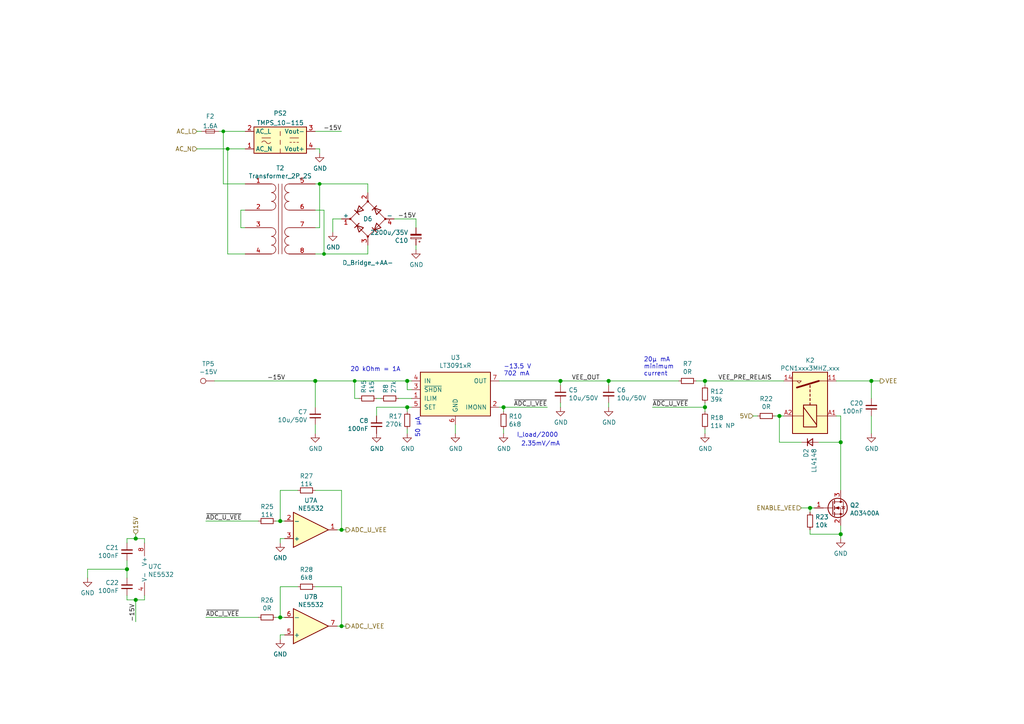
<source format=kicad_sch>
(kicad_sch (version 20211123) (generator eeschema)
  (paper "A4")
  (lib_symbols
    (symbol "Amplifier_Operational:NE5532" (pin_names (offset 0.127))
      (property "Reference" "U" (at 0 5.08 0))
      (property "Value" "NE5532" (at 0 -5.08 0))
      (symbol "NE5532_1_1"
        (polyline (pts (xy -5.08 5.08) (xy 5.08 0) (xy -5.08 -5.08) (xy -5.08 5.08)) (stroke (width 0.254)) (fill (type background)))
        (pin output line (at 7.62 0 180) (length 2.54) (name "~") (number "1"))
        (pin input line (at -7.62 -2.54 0) (length 2.54) (name "-") (number "2"))
        (pin input line (at -7.62 2.54 0) (length 2.54) (name "+") (number "3"))
      )
      (symbol "NE5532_2_1"
        (polyline (pts (xy -5.08 5.08) (xy 5.08 0) (xy -5.08 -5.08) (xy -5.08 5.08)) (stroke (width 0.254)) (fill (type background)))
        (pin input line (at -7.62 2.54 0) (length 2.54) (name "+") (number "5"))
        (pin input line (at -7.62 -2.54 0) (length 2.54) (name "-") (number "6"))
        (pin output line (at 7.62 0 180) (length 2.54) (name "~") (number "7"))
      )
      (symbol "NE5532_3_1"
        (pin power_in line (at -2.54 -7.62 90) (length 3.81) (name "V-") (number "4"))
        (pin power_in line (at -2.54 7.62 270) (length 3.81) (name "V+") (number "8"))
      )
    )
    (symbol "Connector:TestPoint" (pin_numbers hide) (pin_names (offset 0.762) hide)
      (property "Reference" "TP" (at 0 6.858 0))
      (property "Value" "TestPoint" (at 0 5.08 0))
      (symbol "TestPoint_0_1"
        (circle (center 0 3.302) (radius 0.762))
      )
      (symbol "TestPoint_1_1"
        (pin passive line (at 0 0 90) (length 2.54) (name "1") (number "1"))
      )
    )
    (symbol "Device:C_Polarized_Small" (pin_numbers hide) (pin_names (offset 0.254) hide)
      (property "Reference" "C" (at 0.254 1.778 0))
      (property "Value" "C_Polarized_Small" (at 0.254 -2.032 0))
      (symbol "C_Polarized_Small_0_1"
        (rectangle (start -1.524 -0.3048) (end 1.524 -0.6858) (fill (type outline)))
        (rectangle (start -1.524 0.6858) (end 1.524 0.3048))
        (polyline (pts (xy -1.27 1.524) (xy -0.762 1.524)))
        (polyline (pts (xy -1.016 1.27) (xy -1.016 1.778)))
      )
      (symbol "C_Polarized_Small_1_1"
        (pin passive line (at 0 2.54 270) (length 1.8542) (name "~") (number "1"))
        (pin passive line (at 0 -2.54 90) (length 1.8542) (name "~") (number "2"))
      )
    )
    (symbol "Device:C_Small" (pin_numbers hide) (pin_names (offset 0.254) hide)
      (property "Reference" "C" (at 0.254 1.778 0))
      (property "Value" "C_Small" (at 0.254 -2.032 0))
      (symbol "C_Small_0_1"
        (polyline (pts (xy -1.524 -0.508) (xy 1.524 -0.508)) (stroke (width 0.3302)))
        (polyline (pts (xy -1.524 0.508) (xy 1.524 0.508)) (stroke (width 0.3048)))
      )
      (symbol "C_Small_1_1"
        (pin passive line (at 0 2.54 270) (length 2.032) (name "~") (number "1"))
        (pin passive line (at 0 -2.54 90) (length 2.032) (name "~") (number "2"))
      )
    )
    (symbol "Device:D_Bridge_+AA-" (pin_names (offset 0))
      (property "Reference" "D" (at 2.54 6.985 0))
      (property "Value" "D_Bridge_+AA-" (at 2.54 5.08 0))
      (symbol "D_Bridge_+AA-_0_1"
        (circle (center -5.08 0) (radius 0.254) (fill (type outline)))
        (circle (center 0 -5.08) (radius 0.254) (fill (type outline)))
        (polyline (pts (xy -2.54 3.81) (xy -1.27 2.54)) (stroke (width 0.254)))
        (polyline (pts (xy -1.27 -2.54) (xy -2.54 -3.81)) (stroke (width 0.254)))
        (polyline (pts (xy 2.54 -1.27) (xy 3.81 -2.54)) (stroke (width 0.254)))
        (polyline (pts (xy 2.54 1.27) (xy 3.81 2.54)) (stroke (width 0.254)))
        (polyline (pts (xy -3.81 2.54) (xy -2.54 1.27) (xy -1.905 3.175) (xy -3.81 2.54)) (stroke (width 0.254)))
        (polyline (pts (xy -2.54 -1.27) (xy -3.81 -2.54) (xy -1.905 -3.175) (xy -2.54 -1.27)) (stroke (width 0.254)))
        (polyline (pts (xy 1.27 2.54) (xy 2.54 3.81) (xy 3.175 1.905) (xy 1.27 2.54)) (stroke (width 0.254)))
        (polyline (pts (xy 3.175 -1.905) (xy 1.27 -2.54) (xy 2.54 -3.81) (xy 3.175 -1.905)) (stroke (width 0.254)))
        (polyline (pts (xy -5.08 0) (xy 0 -5.08) (xy 5.08 0) (xy 0 5.08) (xy -5.08 0)))
        (circle (center 0 5.08) (radius 0.254) (fill (type outline)))
        (circle (center 5.08 0) (radius 0.254) (fill (type outline)))
      )
      (symbol "D_Bridge_+AA-_1_1"
        (pin passive line (at 7.62 0 180) (length 2.54) (name "+") (number "1"))
        (pin passive line (at 0 7.62 270) (length 2.54) (name "~") (number "2"))
        (pin passive line (at 0 -7.62 90) (length 2.54) (name "~") (number "3"))
        (pin passive line (at -7.62 0 0) (length 2.54) (name "-") (number "4"))
      )
    )
    (symbol "Device:D_Small" (pin_numbers hide) (pin_names (offset 0.254) hide)
      (property "Reference" "D" (at -1.27 2.032 0))
      (property "Value" "D_Small" (at -3.81 -2.032 0))
      (symbol "D_Small_0_1"
        (polyline (pts (xy -0.762 -1.016) (xy -0.762 1.016)) (stroke (width 0.254)))
        (polyline (pts (xy -0.762 0) (xy 0.762 0)))
        (polyline (pts (xy 0.762 -1.016) (xy -0.762 0) (xy 0.762 1.016) (xy 0.762 -1.016)) (stroke (width 0.254)))
      )
      (symbol "D_Small_1_1"
        (pin passive line (at -2.54 0 0) (length 1.778) (name "K") (number "1"))
        (pin passive line (at 2.54 0 180) (length 1.778) (name "A") (number "2"))
      )
    )
    (symbol "Device:Fuse_Small" (pin_numbers hide) (pin_names (offset 0.254) hide)
      (property "Reference" "F" (at 0 -1.524 0))
      (property "Value" "Fuse_Small" (at 0 1.524 0))
      (symbol "Fuse_Small_0_1"
        (rectangle (start -1.27 0.508) (end 1.27 -0.508))
        (polyline (pts (xy -1.27 0) (xy 1.27 0)))
      )
      (symbol "Fuse_Small_1_1"
        (pin passive line (at -2.54 0 0) (length 1.27) (name "~") (number "1"))
        (pin passive line (at 2.54 0 180) (length 1.27) (name "~") (number "2"))
      )
    )
    (symbol "Device:Q_NMOS_GSD" (pin_names (offset 0) hide)
      (property "Reference" "Q" (at 5.08 1.27 0))
      (property "Value" "Q_NMOS_GSD" (at 5.08 -1.27 0))
      (symbol "Q_NMOS_GSD_0_1"
        (polyline (pts (xy 0.254 0) (xy -2.54 0)))
        (polyline (pts (xy 0.254 1.905) (xy 0.254 -1.905)) (stroke (width 0.254)))
        (polyline (pts (xy 0.762 -1.27) (xy 0.762 -2.286)) (stroke (width 0.254)))
        (polyline (pts (xy 0.762 0.508) (xy 0.762 -0.508)) (stroke (width 0.254)))
        (polyline (pts (xy 0.762 2.286) (xy 0.762 1.27)) (stroke (width 0.254)))
        (polyline (pts (xy 2.54 2.54) (xy 2.54 1.778)))
        (polyline (pts (xy 2.54 -2.54) (xy 2.54 0) (xy 0.762 0)))
        (polyline (pts (xy 0.762 -1.778) (xy 3.302 -1.778) (xy 3.302 1.778) (xy 0.762 1.778)))
        (polyline (pts (xy 1.016 0) (xy 2.032 0.381) (xy 2.032 -0.381) (xy 1.016 0)) (fill (type outline)))
        (polyline (pts (xy 2.794 0.508) (xy 2.921 0.381) (xy 3.683 0.381) (xy 3.81 0.254)))
        (polyline (pts (xy 3.302 0.381) (xy 2.921 -0.254) (xy 3.683 -0.254) (xy 3.302 0.381)))
        (circle (center 1.651 0) (radius 2.794) (stroke (width 0.254)))
        (circle (center 2.54 -1.778) (radius 0.254) (fill (type outline)))
        (circle (center 2.54 1.778) (radius 0.254) (fill (type outline)))
      )
      (symbol "Q_NMOS_GSD_1_1"
        (pin input line (at -5.08 0 0) (length 2.54) (name "G") (number "1"))
        (pin passive line (at 2.54 -5.08 90) (length 2.54) (name "S") (number "2"))
        (pin passive line (at 2.54 5.08 270) (length 2.54) (name "D") (number "3"))
      )
    )
    (symbol "Device:R_Small" (pin_numbers hide) (pin_names (offset 0.254) hide)
      (property "Reference" "R" (at 0.762 0.508 0))
      (property "Value" "R_Small" (at 0.762 -1.016 0))
      (symbol "R_Small_0_1"
        (rectangle (start -0.762 1.778) (end 0.762 -1.778) (stroke (width 0.2032)))
      )
      (symbol "R_Small_1_1"
        (pin passive line (at 0 2.54 270) (length 0.762) (name "~") (number "1"))
        (pin passive line (at 0 -2.54 90) (length 0.762) (name "~") (number "2"))
      )
    )
    (symbol "power:GND" (power) (pin_names (offset 0))
      (property "Value" "GND" (at 0 -3.81 0))
      (symbol "GND_0_1"
        (polyline (pts (xy 0 0) (xy 0 -1.27) (xy 1.27 -1.27) (xy 0 -2.54) (xy -1.27 -1.27) (xy 0 -1.27)))
      )
      (symbol "GND_1_1"
        (pin power_in line (at 0 0 270) (length 0) hide (name "GND") (number "1"))
      )
    )
    (symbol "twam-Misc:LT3091xR" (pin_names (offset 1.016))
      (property "Reference" "U" (at -8.89 7.62 0))
      (property "Value" "LT3091xR" (at 5.08 7.62 0))
      (symbol "LT3091xR_1_1"
        (rectangle (start -10.16 6.35) (end 10.16 -6.35) (stroke (width 0.254)) (fill (type background)))
        (pin input line (at -12.7 -1.27 0) (length 2.54) (name "ILIM") (number "1"))
        (pin output line (at 12.7 -3.81 180) (length 2.54) (name "IMONN") (number "2"))
        (pin input line (at -12.7 1.27 0) (length 2.54) (name "~{SHDN}") (number "3"))
        (pin power_in line (at -12.7 3.81 0) (length 2.54) (name "IN") (number "4"))
        (pin input line (at -12.7 -3.81 0) (length 2.54) (name "SET") (number "5"))
        (pin power_in line (at 0 -8.89 90) (length 2.54) (name "GND") (number "6"))
        (pin power_out line (at 12.7 3.81 180) (length 2.54) (name "OUT") (number "7"))
      )
    )
    (symbol "twam-Misc:PCN1xxx3MHZ,xxx"
      (property "Reference" "K" (at 8.89 3.81 0))
      (property "Value" "PCN1xxx3MHZ,xxx" (at 8.89 1.27 0))
      (symbol "PCN1xxx3MHZ,xxx_0_0"
        (polyline (pts (xy 5.08 5.08) (xy 5.08 2.54) (xy 4.445 3.175) (xy 5.08 3.81)))
      )
      (symbol "PCN1xxx3MHZ,xxx_0_1"
        (rectangle (start -10.16 5.08) (end 7.62 -5.08) (stroke (width 0.254)) (fill (type background)))
        (rectangle (start -8.255 1.905) (end -1.905 -1.905) (stroke (width 0.254)))
        (polyline (pts (xy -7.62 -1.905) (xy -2.54 1.905)) (stroke (width 0.254)))
        (polyline (pts (xy -5.08 -5.08) (xy -5.08 -1.905)))
        (polyline (pts (xy -5.08 5.08) (xy -5.08 1.905)))
        (polyline (pts (xy -1.905 0) (xy -1.27 0)) (stroke (width 0.254)))
        (polyline (pts (xy -0.635 0) (xy 0 0)) (stroke (width 0.254)))
        (polyline (pts (xy 0.635 0) (xy 1.27 0)) (stroke (width 0.254)))
        (polyline (pts (xy 1.905 0) (xy 2.54 0)) (stroke (width 0.254)))
        (polyline (pts (xy 3.175 0) (xy 3.81 0)) (stroke (width 0.254)))
        (polyline (pts (xy 5.08 -2.54) (xy 3.175 3.81)) (stroke (width 0.508)))
        (polyline (pts (xy 5.08 -2.54) (xy 5.08 -5.08)))
      )
      (symbol "PCN1xxx3MHZ,xxx_1_1"
        (pin passive line (at 5.08 -7.62 90) (length 2.54) (name "~") (number "11"))
        (pin passive line (at 5.08 7.62 270) (length 2.54) (name "~") (number "14"))
        (pin passive line (at -5.08 -7.62 90) (length 2.54) (name "~") (number "A1"))
        (pin passive line (at -5.08 7.62 270) (length 2.54) (name "~") (number "A2"))
      )
    )
    (symbol "twam-Misc:TMPS_10-xxx"
      (property "Reference" "PS" (at 0 5.08 0))
      (property "Value" "TMPS_10-xxx" (at 0 -5.08 0))
      (symbol "TMPS_10-xxx_0_1"
        (rectangle (start -7.62 3.81) (end 7.62 -3.81) (stroke (width 0.254)) (fill (type background)))
        (arc (start -5.334 0.635) (mid -4.699 0.2495) (end -4.064 0.635))
        (arc (start -2.794 0.635) (mid -3.429 1.0072) (end -4.064 0.635))
        (polyline (pts (xy -5.334 -0.635) (xy -2.794 -0.635)))
        (polyline (pts (xy 2.794 -0.635) (xy 5.334 -0.635)))
        (polyline (pts (xy 2.794 0.635) (xy 3.302 0.635)))
        (polyline (pts (xy 3.81 0.635) (xy 4.318 0.635)))
        (polyline (pts (xy 4.826 0.635) (xy 5.334 0.635)))
      )
      (symbol "TMPS_10-xxx_1_1"
        (polyline (pts (xy 0 -1.27) (xy 0 -2.54)))
        (polyline (pts (xy 0 1.27) (xy 0 0)))
        (polyline (pts (xy 0 3.81) (xy 0 2.54)))
        (pin power_in line (at -10.16 2.54 0) (length 2.54) (name "AC_N") (number "1"))
        (pin power_in line (at -10.16 -2.54 0) (length 2.54) (name "AC_L") (number "2"))
        (pin power_out line (at 10.16 -2.54 180) (length 2.54) (name "Vout-") (number "3"))
        (pin power_out line (at 10.16 2.54 180) (length 2.54) (name "Vout+") (number "4"))
      )
    )
    (symbol "twam-Misc:Transformer_2P_2S" (pin_names (offset 1.016) hide)
      (property "Reference" "T" (at 0 12.7 0))
      (property "Value" "Transformer_2P_2S" (at 0 -12.7 0))
      (symbol "Transformer_2P_2S_0_1"
        (arc (start -2.54 2.5654) (mid -1.6561 2.9337) (end -1.27 3.81))
        (arc (start -2.54 5.1054) (mid -1.6561 5.4737) (end -1.27 6.35))
        (arc (start -2.54 7.6454) (mid -1.6561 8.0137) (end -1.27 8.89))
        (arc (start -1.27 3.81) (mid -1.642 4.708) (end -2.54 5.08))
        (arc (start -1.27 6.35) (mid -1.642 7.248) (end -2.54 7.62))
        (arc (start -1.27 8.89) (mid -1.642 9.788) (end -2.54 10.16))
        (polyline (pts (xy -0.508 -10.16) (xy -0.508 10.16)))
        (polyline (pts (xy 0.508 10.16) (xy 0.508 -10.16)))
        (arc (start 1.2954 -8.89) (mid 1.6599 -9.7701) (end 2.54 -10.1346))
        (arc (start 1.2954 -6.35) (mid 1.6599 -7.2301) (end 2.54 -7.5946))
        (arc (start 1.2954 -3.81) (mid 1.6599 -4.6901) (end 2.54 -5.0546))
        (arc (start 1.2954 3.81) (mid 1.6599 2.9299) (end 2.54 2.5654))
        (arc (start 1.2954 6.35) (mid 1.6599 5.4699) (end 2.54 5.1054))
        (arc (start 1.2954 8.89) (mid 1.6599 8.0099) (end 2.54 7.6454))
        (arc (start 2.54 -7.62) (mid 1.6456 -7.9883) (end 1.2954 -8.89))
        (arc (start 2.54 -5.08) (mid 1.6456 -5.4483) (end 1.2954 -6.35))
        (arc (start 2.54 -2.54) (mid 1.6456 -2.9083) (end 1.2954 -3.81))
        (arc (start 2.54 5.08) (mid 1.6456 4.7117) (end 1.2954 3.81))
        (arc (start 2.54 7.62) (mid 1.6456 7.2517) (end 1.2954 6.35))
        (arc (start 2.54 10.16) (mid 1.6456 9.7917) (end 1.2954 8.89))
      )
      (symbol "Transformer_2P_2S_1_1"
        (arc (start -2.54 -10.1346) (mid -1.6561 -9.7663) (end -1.27 -8.89))
        (arc (start -2.54 -7.5946) (mid -1.6561 -7.2263) (end -1.27 -6.35))
        (arc (start -2.54 -5.0546) (mid -1.6561 -4.6863) (end -1.27 -3.81))
        (arc (start -1.27 -8.89) (mid -1.642 -7.992) (end -2.54 -7.62))
        (arc (start -1.27 -6.35) (mid -1.642 -5.452) (end -2.54 -5.08))
        (arc (start -1.27 -3.81) (mid -1.642 -2.912) (end -2.54 -2.54))
        (pin passive line (at -10.16 10.16 0) (length 7.62) (name "IN1A") (number "1"))
        (pin passive line (at -10.16 2.54 0) (length 7.62) (name "IN1B") (number "2"))
        (pin passive line (at -10.16 -2.54 0) (length 7.62) (name "OUT2A") (number "3"))
        (pin passive line (at -10.16 -10.16 0) (length 7.62) (name "OUT2B") (number "4"))
        (pin passive line (at 10.16 10.16 180) (length 7.62) (name "OUT1A") (number "5"))
        (pin passive line (at 10.16 2.54 180) (length 7.62) (name "OUT1B") (number "6"))
        (pin passive line (at 10.16 -2.54 180) (length 7.62) (name "OUT2A") (number "7"))
        (pin passive line (at 10.16 -10.16 180) (length 7.62) (name "OUT2B") (number "8"))
      )
    )
  )
  (junction (at 99.06 153.67) (diameter 1.016))
  (junction (at 92.71 53.34))
  (junction (at 66.04 43.18))
  (junction (at 36.83 165.1) (diameter 1.016))
  (junction (at 91.44 110.49) (diameter 1.016))
  (junction (at 118.11 118.11) (diameter 1.016))
  (junction (at 64.77 38.1))
  (junction (at 93.98 73.66))
  (junction (at 146.05 118.11) (diameter 1.016))
  (junction (at 81.28 179.07) (diameter 1.016))
  (junction (at 204.47 118.11) (diameter 1.016))
  (junction (at 99.06 181.61) (diameter 1.016))
  (junction (at 81.28 151.13) (diameter 1.016))
  (junction (at 243.84 154.94) (diameter 1.016))
  (junction (at 39.37 173.99) (diameter 1.016))
  (junction (at 204.47 110.49) (diameter 1.016))
  (junction (at 162.56 110.49) (diameter 1.016))
  (junction (at 243.84 128.27) (diameter 1.016))
  (junction (at 234.95 147.32) (diameter 1.016))
  (junction (at 226.06 120.65) (diameter 1.016))
  (junction (at 39.37 156.21) (diameter 1.016))
  (junction (at 252.73 110.49) (diameter 1.016))
  (junction (at 118.11 110.49) (diameter 1.016))
  (junction (at 176.53 110.49) (diameter 1.016))
  (junction (at 102.87 110.49))
  (wire (pts (xy 204.47 118.11) (xy 204.47 119.38)))
  (wire (pts (xy 234.95 147.32) (xy 236.22 147.32)))
  (wire (pts (xy 176.53 118.11) (xy 176.53 116.84)))
  (wire (pts (xy 146.05 125.73) (xy 146.05 124.46)))
  (wire (pts (xy 36.83 162.56) (xy 36.83 165.1)))
  (wire (pts (xy 36.83 165.1) (xy 36.83 167.64)))
  (wire (pts (xy 91.44 170.18) (xy 99.06 170.18)))
  (wire (pts (xy 99.06 181.61) (xy 99.06 170.18)))
  (wire (pts (xy 66.04 43.18) (xy 71.12 43.18)))
  (wire (pts (xy 234.95 148.59) (xy 234.95 147.32)))
  (wire (pts (xy 242.57 120.65) (xy 243.84 120.65)))
  (wire (pts (xy 146.05 119.38) (xy 146.05 118.11)))
  (wire (pts (xy 69.85 60.96) (xy 69.85 66.04)))
  (wire (pts (xy 71.12 60.96) (xy 69.85 60.96)))
  (wire (pts (xy 162.56 110.49) (xy 176.53 110.49)))
  (wire (pts (xy 93.98 73.66) (xy 106.68 73.66)))
  (wire (pts (xy 242.57 110.49) (xy 252.73 110.49)))
  (wire (pts (xy 91.44 125.73) (xy 91.44 123.19)))
  (wire (pts (xy 39.37 173.99) (xy 39.37 180.34)))
  (wire (pts (xy 64.77 38.1) (xy 71.12 38.1)))
  (wire (pts (xy 59.69 179.07) (xy 74.93 179.07)))
  (wire (pts (xy 252.73 120.65) (xy 252.73 125.73)))
  (wire (pts (xy 80.01 151.13) (xy 81.28 151.13)))
  (wire (pts (xy 81.28 151.13) (xy 82.55 151.13)))
  (wire (pts (xy 93.98 60.96) (xy 93.98 73.66)))
  (wire (pts (xy 243.84 128.27) (xy 237.49 128.27)))
  (wire (pts (xy 92.71 66.04) (xy 92.71 53.34)))
  (wire (pts (xy 243.84 154.94) (xy 243.84 156.21)))
  (wire (pts (xy 144.78 110.49) (xy 162.56 110.49)))
  (wire (pts (xy 66.04 43.18) (xy 66.04 73.66)))
  (wire (pts (xy 224.79 120.65) (xy 226.06 120.65)))
  (wire (pts (xy 146.05 118.11) (xy 144.78 118.11)))
  (wire (pts (xy 204.47 110.49) (xy 204.47 111.76)))
  (wire (pts (xy 162.56 118.11) (xy 162.56 116.84)))
  (wire (pts (xy 243.84 128.27) (xy 243.84 142.24)))
  (wire (pts (xy 102.87 110.49) (xy 118.11 110.49)))
  (wire (pts (xy 91.44 118.11) (xy 91.44 110.49)))
  (wire (pts (xy 63.5 38.1) (xy 64.77 38.1)))
  (wire (pts (xy 227.33 120.65) (xy 226.06 120.65)))
  (wire (pts (xy 226.06 128.27) (xy 232.41 128.27)))
  (wire (pts (xy 104.14 115.57) (xy 102.87 115.57)))
  (wire (pts (xy 120.65 63.5) (xy 120.65 66.04)))
  (wire (pts (xy 69.85 66.04) (xy 71.12 66.04)))
  (wire (pts (xy 118.11 119.38) (xy 118.11 118.11)))
  (wire (pts (xy 162.56 110.49) (xy 162.56 111.76)))
  (wire (pts (xy 99.06 153.67) (xy 100.33 153.67)))
  (wire (pts (xy 243.84 152.4) (xy 243.84 154.94)))
  (wire (pts (xy 62.23 110.49) (xy 91.44 110.49)))
  (wire (pts (xy 91.44 66.04) (xy 92.71 66.04)))
  (wire (pts (xy 234.95 153.67) (xy 234.95 154.94)))
  (wire (pts (xy 91.44 110.49) (xy 102.87 110.49)))
  (wire (pts (xy 204.47 116.84) (xy 204.47 118.11)))
  (wire (pts (xy 243.84 120.65) (xy 243.84 128.27)))
  (wire (pts (xy 102.87 110.49) (xy 102.87 115.57)))
  (wire (pts (xy 176.53 110.49) (xy 176.53 111.76)))
  (wire (pts (xy 114.3 63.5) (xy 120.65 63.5)))
  (wire (pts (xy 252.73 110.49) (xy 252.73 115.57)))
  (wire (pts (xy 120.65 71.12) (xy 120.65 72.39)))
  (wire (pts (xy 146.05 118.11) (xy 158.75 118.11)))
  (wire (pts (xy 99.06 63.5) (xy 96.52 63.5)))
  (wire (pts (xy 91.44 60.96) (xy 93.98 60.96)))
  (wire (pts (xy 97.79 181.61) (xy 99.06 181.61)))
  (wire (pts (xy 99.06 181.61) (xy 100.33 181.61)))
  (wire (pts (xy 252.73 110.49) (xy 255.27 110.49)))
  (wire (pts (xy 91.44 53.34) (xy 92.71 53.34)))
  (wire (pts (xy 57.15 38.1) (xy 58.42 38.1)))
  (wire (pts (xy 204.47 110.49) (xy 227.33 110.49)))
  (wire (pts (xy 91.44 73.66) (xy 93.98 73.66)))
  (wire (pts (xy 91.44 38.1) (xy 99.06 38.1)))
  (wire (pts (xy 201.93 110.49) (xy 204.47 110.49)))
  (wire (pts (xy 234.95 154.94) (xy 243.84 154.94)))
  (wire (pts (xy 64.77 53.34) (xy 71.12 53.34)))
  (wire (pts (xy 80.01 179.07) (xy 81.28 179.07)))
  (wire (pts (xy 81.28 179.07) (xy 82.55 179.07)))
  (wire (pts (xy 81.28 184.15) (xy 81.28 185.42)))
  (wire (pts (xy 82.55 184.15) (xy 81.28 184.15)))
  (wire (pts (xy 106.68 73.66) (xy 106.68 71.12)))
  (wire (pts (xy 92.71 53.34) (xy 106.68 53.34)))
  (wire (pts (xy 81.28 142.24) (xy 86.36 142.24)))
  (wire (pts (xy 81.28 151.13) (xy 81.28 142.24)))
  (wire (pts (xy 204.47 124.46) (xy 204.47 125.73)))
  (wire (pts (xy 119.38 113.03) (xy 118.11 113.03)))
  (wire (pts (xy 59.69 151.13) (xy 74.93 151.13)))
  (wire (pts (xy 176.53 110.49) (xy 196.85 110.49)))
  (wire (pts (xy 66.04 73.66) (xy 71.12 73.66)))
  (wire (pts (xy 118.11 118.11) (xy 119.38 118.11)))
  (wire (pts (xy 57.15 43.18) (xy 66.04 43.18)))
  (wire (pts (xy 118.11 125.73) (xy 118.11 124.46)))
  (wire (pts (xy 226.06 120.65) (xy 226.06 128.27)))
  (wire (pts (xy 109.22 118.11) (xy 118.11 118.11)))
  (wire (pts (xy 39.37 154.94) (xy 39.37 156.21)))
  (wire (pts (xy 25.4 165.1) (xy 25.4 167.64)))
  (wire (pts (xy 36.83 165.1) (xy 25.4 165.1)))
  (wire (pts (xy 232.41 147.32) (xy 234.95 147.32)))
  (wire (pts (xy 118.11 113.03) (xy 118.11 110.49)))
  (wire (pts (xy 91.44 43.18) (xy 92.71 43.18)))
  (wire (pts (xy 36.83 156.21) (xy 39.37 156.21)))
  (wire (pts (xy 36.83 157.48) (xy 36.83 156.21)))
  (wire (pts (xy 39.37 156.21) (xy 41.91 156.21)))
  (wire (pts (xy 41.91 156.21) (xy 41.91 157.48)))
  (wire (pts (xy 204.47 118.11) (xy 189.23 118.11)))
  (wire (pts (xy 96.52 63.5) (xy 96.52 67.31)))
  (wire (pts (xy 218.44 120.65) (xy 219.71 120.65)))
  (wire (pts (xy 81.28 156.21) (xy 81.28 157.48)))
  (wire (pts (xy 82.55 156.21) (xy 81.28 156.21)))
  (wire (pts (xy 109.22 120.65) (xy 109.22 118.11)))
  (wire (pts (xy 92.71 43.18) (xy 92.71 44.45)))
  (wire (pts (xy 132.08 125.73) (xy 132.08 123.19)))
  (wire (pts (xy 64.77 38.1) (xy 64.77 53.34)))
  (wire (pts (xy 36.83 172.72) (xy 36.83 173.99)))
  (wire (pts (xy 36.83 173.99) (xy 39.37 173.99)))
  (wire (pts (xy 39.37 173.99) (xy 41.91 173.99)))
  (wire (pts (xy 41.91 172.72) (xy 41.91 173.99)))
  (wire (pts (xy 106.68 53.34) (xy 106.68 55.88)))
  (wire (pts (xy 91.44 142.24) (xy 99.06 142.24)))
  (wire (pts (xy 99.06 142.24) (xy 99.06 153.67)))
  (wire (pts (xy 99.06 153.67) (xy 97.79 153.67)))
  (wire (pts (xy 81.28 170.18) (xy 86.36 170.18)))
  (wire (pts (xy 81.28 179.07) (xy 81.28 170.18)))
  (wire (pts (xy 118.11 110.49) (xy 119.38 110.49)))
  (wire (pts (xy 115.57 115.57) (xy 119.38 115.57)))
  (wire (pts (xy 109.22 115.57) (xy 110.49 115.57)))
  (text "20µ mA\nminimum\ncurrent" (at 186.69 109.22 0) (effects (font (size 1.27 1.27)) (justify left bottom)))
  (text "20 kOhm = 1A" (at 101.6 107.95 0) (effects (font (size 1.27 1.27)) (justify left bottom)))
  (text "I_load/2000" (at 149.86 127 0) (effects (font (size 1.27 1.27)) (justify left bottom)))
  (text "50 µA" (at 121.92 127 90) (effects (font (size 1.27 1.27)) (justify left bottom)))
  (text "2.35mV/mA" (at 151.13 129.54 0) (effects (font (size 1.27 1.27)) (justify left bottom)))
  (text "-13.5 V\n702 mA" (at 146.05 109.22 0) (effects (font (size 1.27 1.27)) (justify left bottom)))
  (label "-15V" (at 120.65 63.5 180))
  (label "VEE_PRE_RELAIS" (at 208.28 110.49 0))
  (label "-15V" (at 99.06 38.1 180))
  (label "~{ADC_I_VEE}" (at 158.75 118.11 180))
  (label "VEE_OUT" (at 173.99 110.49 180))
  (label "-15V" (at 77.47 110.49 0))
  (label "~{ADC_U_VEE}" (at 189.23 118.11 0))
  (label "~{ADC_I_VEE}" (at 59.69 179.07 0))
  (label "-15V" (at 39.37 180.34 90))
  (label "~{ADC_U_VEE}" (at 59.69 151.13 0))
  (hierarchical_label "AC_L" (shape input) (at 57.15 38.1 180))
  (hierarchical_label "15V" (shape input) (at 39.37 154.94 90))
  (hierarchical_label "ENABLE_VEE" (shape input) (at 232.41 147.32 180))
  (hierarchical_label "5V" (shape input) (at 218.44 120.65 180))
  (hierarchical_label "VEE" (shape output) (at 255.27 110.49 0))
  (hierarchical_label "ADC_U_VEE" (shape output) (at 100.33 153.67 0))
  (hierarchical_label "AC_N" (shape input) (at 57.15 43.18 180))
  (hierarchical_label "ADC_I_VEE" (shape output) (at 100.33 181.61 0))
  (symbol (lib_id "Device:R_Small") (at 222.25 120.65 270) (unit 1)
    (property "Reference" "R22" (at 222.25 115.6716 90))
    (property "Value" "0R" (at 222.25 117.983 90))
    (property "Footprint" "Resistor_SMD:R_0805_2012Metric" (effects hide))
    (property "LCSC" "C17477" (effects hide))
  )
  (symbol (lib_id "Device:D_Small") (at 234.95 128.27 0) (mirror x) (unit 1)
    (property "Reference" "D2" (at 233.7816 130.048 90) (effects (justify left)))
    (property "Value" "LL4148" (at 236.093 130.048 90) (effects (justify left)))
    (property "Footprint" "Diode_SMD:D_MiniMELF" (effects hide))
    (property "LCSC" "C9808" (effects hide))
  )
  (symbol (lib_id "Device:C_Small") (at 252.73 118.11 0) (mirror x) (unit 1)
    (property "Reference" "C20" (at 250.3932 116.9416 0) (effects (justify right)))
    (property "Value" "100nF" (at 250.3932 119.253 0) (effects (justify right)))
    (property "Footprint" "Capacitor_SMD:C_0603_1608Metric" (effects hide))
    (property "LCSC" "C14663" (effects hide))
  )
  (symbol (lib_id "Device:R_Small") (at 234.95 151.13 0) (unit 1)
    (property "Reference" "R23" (at 236.4486 149.9616 0) (effects (justify left)))
    (property "Value" "10k" (at 236.4486 152.273 0) (effects (justify left)))
    (property "Footprint" "Resistor_SMD:R_0603_1608Metric" (effects hide))
    (property "LCSC" "C25804" (effects hide))
  )
  (symbol (lib_id "power:GND") (at 96.52 67.31 0) (unit 1)
    (property "Reference" "#PWR0171" (effects hide))
    (property "Value" "GND" (at 96.647 71.7042 0))
  )
  (symbol (lib_id "power:GND") (at 120.65 72.39 0) (unit 1)
    (property "Reference" "#PWR0151" (effects hide))
    (property "Value" "GND" (at 120.777 76.7842 0))
  )
  (symbol (lib_id "Connector:TestPoint") (at 62.23 110.49 90) (unit 1)
    (property "Reference" "TP5" (at 60.4012 105.537 90))
    (property "Value" "-15V" (at 60.4012 107.8484 90))
    (property "Footprint" "TestPoint:TestPoint_Pad_D2.0mm" (effects hide))
  )
  (symbol (lib_id "Device:R_Small") (at 88.9 142.24 90) (unit 1)
    (property "Reference" "R27" (at 88.9 138.0702 90))
    (property "Value" "11k" (at 88.9 140.3689 90))
    (property "Footprint" "Resistor_SMD:R_0603_1608Metric" (effects hide))
    (property "LCSC" "C25950" (effects hide))
  )
  (symbol (lib_id "Device:R_Small") (at 77.47 179.07 270) (unit 1)
    (property "Reference" "R26" (at 77.47 174.0916 90))
    (property "Value" "0R" (at 77.47 176.403 90))
    (property "Footprint" "Resistor_SMD:R_0805_2012Metric" (effects hide))
    (property "LCSC" "C17477" (effects hide))
  )
  (symbol (lib_id "power:GND") (at 118.11 125.73 0) (unit 1)
    (property "Reference" "#PWR0107" (effects hide))
    (property "Value" "GND" (at 118.237 130.1242 0))
  )
  (symbol (lib_id "Device:R_Small") (at 77.47 151.13 90) (unit 1)
    (property "Reference" "R25" (at 77.47 146.9602 90))
    (property "Value" "11k" (at 77.47 149.2589 90))
    (property "Footprint" "Resistor_SMD:R_0603_1608Metric" (effects hide))
    (property "LCSC" "C25950" (effects hide))
  )
  (symbol (lib_id "Amplifier_Operational:NE5532") (at 44.45 165.1 0) (unit 3)
    (property "Reference" "U7" (at 42.9261 164.3391 0) (effects (justify left)))
    (property "Value" "NE5532" (at 42.9261 166.6378 0) (effects (justify left)))
    (property "Footprint" "Package_SO:SOIC-8_3.9x4.9mm_P1.27mm" (effects hide))
    (property "Datasheet" "http://www.ti.com/lit/ds/symlink/ne5532.pdf" (effects hide))
  )
  (symbol (lib_id "Device:Q_NMOS_GSD") (at 241.3 147.32 0) (unit 1)
    (property "Reference" "Q2" (at 246.5071 146.5591 0) (effects (justify left)))
    (property "Value" "AO3400A" (at 246.5071 148.8578 0) (effects (justify left)))
    (property "Footprint" "Package_TO_SOT_SMD:TSOT-23" (effects hide))
    (property "LCSC" "C20917" (effects hide))
  )
  (symbol (lib_id "Device:R_Small") (at 146.05 121.92 0) (unit 1)
    (property "Reference" "R10" (at 147.5486 120.7516 0) (effects (justify left)))
    (property "Value" "6k8" (at 147.5486 123.063 0) (effects (justify left)))
    (property "Footprint" "Resistor_SMD:R_0603_1608Metric" (effects hide))
    (property "LCSC" "C23212" (effects hide))
  )
  (symbol (lib_id "power:GND") (at 252.73 125.73 0) (unit 1)
    (property "Reference" "#PWR0136" (effects hide))
    (property "Value" "GND" (at 252.857 130.1242 0))
  )
  (symbol (lib_id "Device:R_Small") (at 204.47 121.92 0) (unit 1)
    (property "Reference" "R18" (at 205.9687 121.1591 0) (effects (justify left)))
    (property "Value" "11k NP" (at 205.9687 123.4578 0) (effects (justify left)))
    (property "Footprint" "Resistor_SMD:R_0603_1608Metric" (effects hide))
  )
  (symbol (lib_id "power:GND") (at 109.22 125.73 0) (unit 1)
    (property "Reference" "#PWR0134" (effects hide))
    (property "Value" "GND" (at 109.347 130.1242 0))
  )
  (symbol (lib_id "Device:C_Small") (at 91.44 120.65 0) (mirror x) (unit 1)
    (property "Reference" "C7" (at 89.1286 119.4816 0) (effects (justify right)))
    (property "Value" "10u/50V" (at 89.1286 121.793 0) (effects (justify right)))
    (property "Footprint" "Capacitor_SMD:C_1206_3216Metric" (effects hide))
    (property "LCSC" "C13585" (effects hide))
  )
  (symbol (lib_id "Device:R_Small") (at 106.68 115.57 90) (unit 1)
    (property "Reference" "R45" (at 105.5116 114.0714 0) (effects (justify left)))
    (property "Value" "1k5" (at 107.823 114.0714 0) (effects (justify left)))
    (property "Footprint" "Resistor_SMD:R_0603_1608Metric" (effects hide))
    (property "LCSC" "C22843" (effects hide))
  )
  (symbol (lib_id "twam-Misc:Transformer_2P_2S") (at 81.28 63.5 0) (unit 1)
    (property "Reference" "T2" (at 81.28 48.7426 0))
    (property "Value" "Transformer_2P_2S" (at 81.28 51.054 0))
    (property "Footprint" "twam-Misc:Talema_7xxxx_15VA" (effects hide))
  )
  (symbol (lib_id "Device:C_Small") (at 36.83 170.18 0) (mirror x) (unit 1)
    (property "Reference" "C22" (at 34.4932 169.0116 0) (effects (justify right)))
    (property "Value" "100nF" (at 34.4932 171.323 0) (effects (justify right)))
    (property "Footprint" "Capacitor_SMD:C_0603_1608Metric" (effects hide))
    (property "LCSC" "C14663" (effects hide))
  )
  (symbol (lib_id "power:GND") (at 243.84 156.21 0) (unit 1)
    (property "Reference" "#PWR0145" (effects hide))
    (property "Value" "GND" (at 243.84 160.5344 0))
  )
  (symbol (lib_id "Device:R_Small") (at 118.11 121.92 0) (mirror x) (unit 1)
    (property "Reference" "R17" (at 116.6368 120.7516 0) (effects (justify right)))
    (property "Value" "270k" (at 116.6368 123.063 0) (effects (justify right)))
    (property "Footprint" "Resistor_SMD:R_0603_1608Metric" (effects hide))
    (property "LCSC" "C22965" (effects hide))
  )
  (symbol (lib_id "Device:Fuse_Small") (at 60.96 38.1 0) (unit 1)
    (property "Reference" "F2" (at 60.96 33.7525 0))
    (property "Value" "1.6A" (at 60.96 36.5276 0))
    (property "Footprint" "Fuse:Fuseholder_Cylinder-5x20mm_Schurter_0031_8201_Horizontal_Open" (effects hide))
  )
  (symbol (lib_id "power:GND") (at 146.05 125.73 0) (unit 1)
    (property "Reference" "#PWR0109" (effects hide))
    (property "Value" "GND" (at 146.177 130.1242 0))
  )
  (symbol (lib_id "power:GND") (at 176.53 118.11 0) (unit 1)
    (property "Reference" "#PWR0114" (effects hide))
    (property "Value" "GND" (at 176.657 122.5042 0))
  )
  (symbol (lib_id "Device:R_Small") (at 204.47 114.3 0) (unit 1)
    (property "Reference" "R12" (at 205.9687 113.5391 0) (effects (justify left)))
    (property "Value" "39k" (at 205.9687 115.8378 0) (effects (justify left)))
    (property "Footprint" "Resistor_SMD:R_0603_1608Metric" (effects hide))
    (property "LCSC" "C23153" (effects hide))
  )
  (symbol (lib_id "Device:D_Bridge_+AA-") (at 106.68 63.5 0) (mirror y) (unit 1)
    (property "Reference" "D6" (at 106.68 63.5 0))
    (property "Value" "D_Bridge_+AA-" (at 106.68 76.2 0))
    (property "Footprint" "twam-Misc:Diode_Bridge_Bourns_CD-HD2xxx" (effects hide))
  )
  (symbol (lib_id "power:GND") (at 25.4 167.64 0) (unit 1)
    (property "Reference" "#PWR0154" (effects hide))
    (property "Value" "GND" (at 25.4 171.9644 0))
  )
  (symbol (lib_id "twam-Misc:PCN1xxx3MHZ,xxx") (at 234.95 115.57 90) (unit 1)
    (property "Reference" "K2" (at 234.95 104.5168 90))
    (property "Value" "PCN1xxx3MHZ,xxx" (at 234.95 106.8155 90))
    (property "Footprint" "twam-Misc:PCN1xxx3MHZ,xxx" (effects hide))
  )
  (symbol (lib_id "power:GND") (at 91.44 125.73 0) (unit 1)
    (property "Reference" "#PWR0124" (effects hide))
    (property "Value" "GND" (at 91.567 130.1242 0))
  )
  (symbol (lib_id "power:GND") (at 162.56 118.11 0) (unit 1)
    (property "Reference" "#PWR0113" (effects hide))
    (property "Value" "GND" (at 162.687 122.5042 0))
  )
  (symbol (lib_id "Device:C_Small") (at 162.56 114.3 0) (unit 1)
    (property "Reference" "C5" (at 164.8968 113.1316 0) (effects (justify left)))
    (property "Value" "10u/50V" (at 164.8968 115.443 0) (effects (justify left)))
    (property "Footprint" "Capacitor_SMD:C_1206_3216Metric" (effects hide))
    (property "LCSC" "C13585" (effects hide))
  )
  (symbol (lib_id "power:GND") (at 92.71 44.45 0) (unit 1)
    (property "Reference" "#PWR0152" (effects hide))
    (property "Value" "GND" (at 92.837 48.8442 0))
  )
  (symbol (lib_id "Device:R_Small") (at 88.9 170.18 270) (unit 1)
    (property "Reference" "R28" (at 88.9 165.2016 90))
    (property "Value" "6k8" (at 88.9 167.513 90))
    (property "Footprint" "Resistor_SMD:R_0603_1608Metric" (effects hide))
    (property "LCSC" "C23212" (effects hide))
  )
  (symbol (lib_id "Device:C_Polarized_Small") (at 120.65 68.58 180) (unit 1)
    (property "Reference" "C10" (at 118.4148 69.7484 0) (effects (justify left)))
    (property "Value" "2200u/35V" (at 118.4148 67.437 0) (effects (justify left)))
    (property "Footprint" "Capacitor_THT:CP_Radial_D16.0mm_P7.50mm" (effects hide))
  )
  (symbol (lib_id "power:GND") (at 81.28 185.42 0) (unit 1)
    (property "Reference" "#PWR0157" (effects hide))
    (property "Value" "GND" (at 81.28 189.7444 0))
  )
  (symbol (lib_id "Device:R_Small") (at 199.39 110.49 270) (unit 1)
    (property "Reference" "R7" (at 199.39 105.5116 90))
    (property "Value" "0R" (at 199.39 107.823 90))
    (property "Footprint" "Resistor_SMD:R_0805_2012Metric" (effects hide))
    (property "LCSC" "C17477" (effects hide))
  )
  (symbol (lib_id "Device:C_Small") (at 36.83 160.02 0) (mirror x) (unit 1)
    (property "Reference" "C21" (at 34.4932 158.8516 0) (effects (justify right)))
    (property "Value" "100nF" (at 34.4932 161.163 0) (effects (justify right)))
    (property "Footprint" "Capacitor_SMD:C_0603_1608Metric" (effects hide))
    (property "LCSC" "C14663" (effects hide))
  )
  (symbol (lib_id "twam-Misc:TMPS_10-xxx") (at 81.28 40.64 0) (mirror x) (unit 1)
    (property "Reference" "PS2" (at 81.28 32.8635 0))
    (property "Value" "TMPS_10-115" (at 81.28 35.6386 0))
    (property "Footprint" "twam-Misc:Converter_ACDC_TRACO_TMPS_10-xxx" (effects hide))
  )
  (symbol (lib_id "power:GND") (at 81.28 157.48 0) (unit 1)
    (property "Reference" "#PWR0155" (effects hide))
    (property "Value" "GND" (at 81.28 161.8044 0))
  )
  (symbol (lib_id "Device:R_Small") (at 113.03 115.57 90) (unit 1)
    (property "Reference" "R8" (at 111.8616 114.0714 0) (effects (justify left)))
    (property "Value" "27k" (at 114.173 114.0714 0) (effects (justify left)))
    (property "Footprint" "Resistor_SMD:R_0603_1608Metric" (effects hide))
    (property "LCSC" "C22967" (effects hide))
  )
  (symbol (lib_id "Device:C_Small") (at 109.22 123.19 0) (mirror x) (unit 1)
    (property "Reference" "C8" (at 106.8832 122.0216 0) (effects (justify right)))
    (property "Value" "100nF" (at 106.8832 124.333 0) (effects (justify right)))
    (property "Footprint" "Capacitor_SMD:C_0603_1608Metric" (effects hide))
    (property "LCSC" "C14663" (effects hide))
  )
  (symbol (lib_id "power:GND") (at 204.47 125.73 0) (unit 1)
    (property "Reference" "#PWR0135" (effects hide))
    (property "Value" "GND" (at 204.597 130.1242 0))
  )
  (symbol (lib_id "Amplifier_Operational:NE5532") (at 90.17 181.61 0) (mirror x) (unit 2)
    (property "Reference" "U7" (at 90.17 173.0968 0))
    (property "Value" "NE5532" (at 90.17 175.3955 0))
    (property "Footprint" "Package_SO:SOIC-8_3.9x4.9mm_P1.27mm" (effects hide))
    (property "Datasheet" "http://www.ti.com/lit/ds/symlink/ne5532.pdf" (effects hide))
  )
  (symbol (lib_id "twam-Misc:LT3091xR") (at 132.08 114.3 0) (unit 1)
    (property "Reference" "U3" (at 132.08 103.7082 0))
    (property "Value" "LT3091xR" (at 132.08 106.0196 0))
    (property "Footprint" "Package_TO_SOT_THT:TO-220-7_P2.54x3.8mm_StaggerOdd_Lead5.85mm_TabDown" (effects hide))
  )
  (symbol (lib_id "Amplifier_Operational:NE5532") (at 90.17 153.67 0) (mirror x) (unit 1)
    (property "Reference" "U7" (at 90.17 145.1568 0))
    (property "Value" "NE5532" (at 90.17 147.4555 0))
    (property "Footprint" "Package_SO:SOIC-8_3.9x4.9mm_P1.27mm" (effects hide))
    (property "Datasheet" "http://www.ti.com/lit/ds/symlink/ne5532.pdf" (effects hide))
    (property "LCSC" "C7426" (effects hide))
  )
  (symbol (lib_id "Device:C_Small") (at 176.53 114.3 0) (unit 1)
    (property "Reference" "C6" (at 178.8668 113.1316 0) (effects (justify left)))
    (property "Value" "10u/50V" (at 178.8668 115.443 0) (effects (justify left)))
    (property "Footprint" "Capacitor_SMD:C_1206_3216Metric" (effects hide))
    (property "LCSC" "C13585" (effects hide))
  )
  (symbol (lib_id "power:GND") (at 132.08 125.73 0) (unit 1)
    (property "Reference" "#PWR0101" (effects hide))
    (property "Value" "GND" (at 132.207 130.1242 0))
  )
)
</source>
